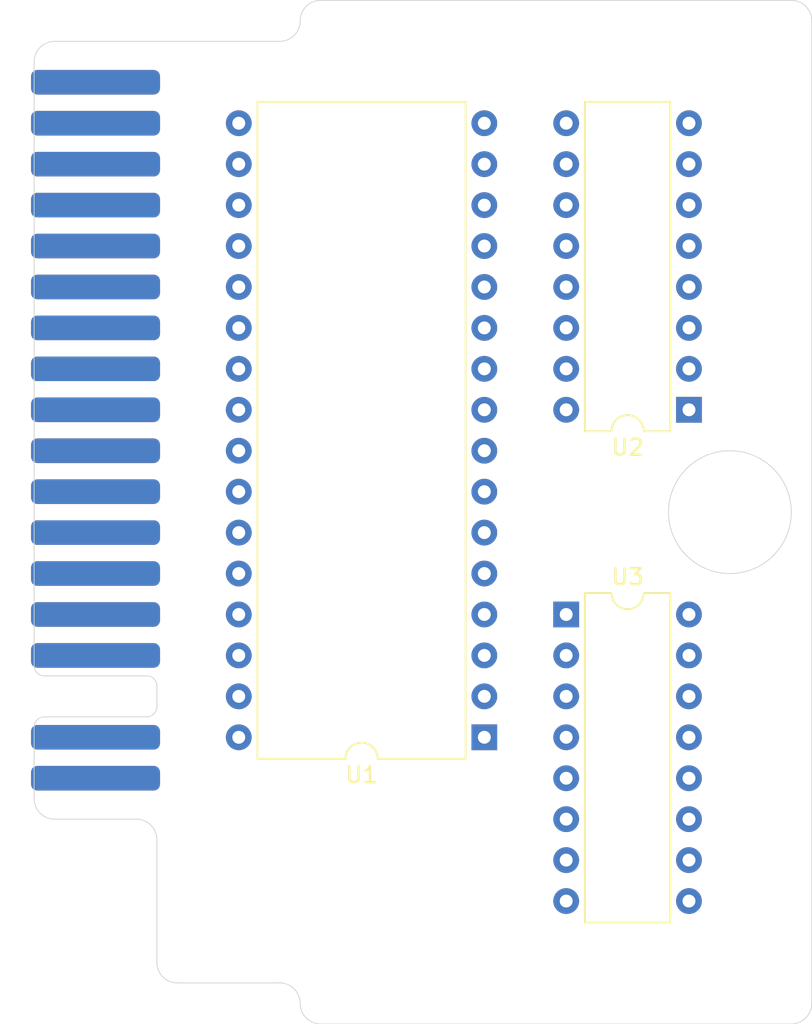
<source format=kicad_pcb>
(kicad_pcb (version 20171130) (host pcbnew "(5.1.2-1)-1")

  (general
    (thickness 1.6)
    (drawings 27)
    (tracks 0)
    (zones 0)
    (modules 4)
    (nets 34)
  )

  (page A4)
  (layers
    (0 F.Cu signal)
    (31 B.Cu signal)
    (32 B.Adhes user)
    (33 F.Adhes user)
    (34 B.Paste user)
    (35 F.Paste user)
    (36 B.SilkS user)
    (37 F.SilkS user)
    (38 B.Mask user)
    (39 F.Mask user)
    (40 Dwgs.User user)
    (41 Cmts.User user)
    (42 Eco1.User user)
    (43 Eco2.User user)
    (44 Edge.Cuts user)
    (45 Margin user)
    (46 B.CrtYd user)
    (47 F.CrtYd user)
    (48 B.Fab user)
    (49 F.Fab user)
  )

  (setup
    (last_trace_width 0.25)
    (trace_clearance 0.2)
    (zone_clearance 0.508)
    (zone_45_only no)
    (trace_min 0.2)
    (via_size 0.8)
    (via_drill 0.4)
    (via_min_size 0.4)
    (via_min_drill 0.3)
    (uvia_size 0.3)
    (uvia_drill 0.1)
    (uvias_allowed no)
    (uvia_min_size 0.2)
    (uvia_min_drill 0.1)
    (edge_width 0.05)
    (segment_width 0.2)
    (pcb_text_width 0.3)
    (pcb_text_size 1.5 1.5)
    (mod_edge_width 0.12)
    (mod_text_size 1 1)
    (mod_text_width 0.15)
    (pad_size 1.524 1.524)
    (pad_drill 0.762)
    (pad_to_mask_clearance 0.051)
    (solder_mask_min_width 0.25)
    (aux_axis_origin 0 0)
    (visible_elements FFFFFF7F)
    (pcbplotparams
      (layerselection 0x010fc_ffffffff)
      (usegerberextensions false)
      (usegerberattributes false)
      (usegerberadvancedattributes false)
      (creategerberjobfile false)
      (excludeedgelayer true)
      (linewidth 0.100000)
      (plotframeref false)
      (viasonmask false)
      (mode 1)
      (useauxorigin false)
      (hpglpennumber 1)
      (hpglpenspeed 20)
      (hpglpendiameter 15.000000)
      (psnegative false)
      (psa4output false)
      (plotreference true)
      (plotvalue true)
      (plotinvisibletext false)
      (padsonsilk false)
      (subtractmaskfromsilk false)
      (outputformat 1)
      (mirror false)
      (drillshape 1)
      (scaleselection 1)
      (outputdirectory ""))
  )

  (net 0 "")
  (net 1 GND)
  (net 2 D2)
  (net 3 D1)
  (net 4 D0)
  (net 5 A0)
  (net 6 A1)
  (net 7 A2)
  (net 8 A3)
  (net 9 A4)
  (net 10 A5)
  (net 11 A6)
  (net 12 A7)
  (net 13 A12)
  (net 14 /~WE)
  (net 15 /~RESET)
  (net 16 D3)
  (net 17 D4)
  (net 18 D5)
  (net 19 D6)
  (net 20 D7)
  (net 21 /~CS)
  (net 22 A10)
  (net 23 /~OE)
  (net 24 A11)
  (net 25 A9)
  (net 26 A8)
  (net 27 A13)
  (net 28 +5V)
  (net 29 /~IOC)
  (net 30 /BA0)
  (net 31 /BA1)
  (net 32 /BA2)
  (net 33 /~LATCH)

  (net_class Default "Esta es la clase de red por defecto."
    (clearance 0.2)
    (trace_width 0.25)
    (via_dia 0.8)
    (via_drill 0.4)
    (uvia_dia 0.3)
    (uvia_drill 0.1)
    (add_net +5V)
    (add_net /BA0)
    (add_net /BA1)
    (add_net /BA2)
    (add_net /~CS)
    (add_net /~IOC)
    (add_net /~LATCH)
    (add_net /~OE)
    (add_net /~RESET)
    (add_net /~WE)
    (add_net A0)
    (add_net A1)
    (add_net A10)
    (add_net A11)
    (add_net A12)
    (add_net A13)
    (add_net A2)
    (add_net A3)
    (add_net A4)
    (add_net A5)
    (add_net A6)
    (add_net A7)
    (add_net A8)
    (add_net A9)
    (add_net D0)
    (add_net D1)
    (add_net D2)
    (add_net D3)
    (add_net D4)
    (add_net D5)
    (add_net D6)
    (add_net D7)
    (add_net GND)
    (add_net "Net-(J1-Pad1)")
    (add_net "Net-(J1-Pad2)")
    (add_net "Net-(J1-Pad36)")
    (add_net "Net-(J1-Pad4)")
    (add_net "Net-(J1-Pad9)")
    (add_net "Net-(U2-Pad10)")
    (add_net "Net-(U2-Pad12)")
    (add_net "Net-(U2-Pad15)")
    (add_net "Net-(U3-Pad10)")
    (add_net "Net-(U3-Pad11)")
    (add_net "Net-(U3-Pad12)")
    (add_net "Net-(U3-Pad13)")
    (add_net "Net-(U3-Pad14)")
    (add_net "Net-(U3-Pad15)")
    (add_net "Net-(U3-Pad9)")
  )

  (module Package_DIP:DIP-16_W7.62mm (layer F.Cu) (tedit 5A02E8C5) (tstamp 64825FCB)
    (at 48.26 55.88)
    (descr "16-lead though-hole mounted DIP package, row spacing 7.62 mm (300 mils)")
    (tags "THT DIP DIL PDIP 2.54mm 7.62mm 300mil")
    (path /64829879)
    (fp_text reference U3 (at 3.81 -2.33) (layer F.SilkS)
      (effects (font (size 1 1) (thickness 0.15)))
    )
    (fp_text value 74HC138 (at 3.81 20.11) (layer F.Fab)
      (effects (font (size 1 1) (thickness 0.15)))
    )
    (fp_text user %R (at 3.81 8.89) (layer F.Fab)
      (effects (font (size 1 1) (thickness 0.15)))
    )
    (fp_line (start 8.7 -1.55) (end -1.1 -1.55) (layer F.CrtYd) (width 0.05))
    (fp_line (start 8.7 19.3) (end 8.7 -1.55) (layer F.CrtYd) (width 0.05))
    (fp_line (start -1.1 19.3) (end 8.7 19.3) (layer F.CrtYd) (width 0.05))
    (fp_line (start -1.1 -1.55) (end -1.1 19.3) (layer F.CrtYd) (width 0.05))
    (fp_line (start 6.46 -1.33) (end 4.81 -1.33) (layer F.SilkS) (width 0.12))
    (fp_line (start 6.46 19.11) (end 6.46 -1.33) (layer F.SilkS) (width 0.12))
    (fp_line (start 1.16 19.11) (end 6.46 19.11) (layer F.SilkS) (width 0.12))
    (fp_line (start 1.16 -1.33) (end 1.16 19.11) (layer F.SilkS) (width 0.12))
    (fp_line (start 2.81 -1.33) (end 1.16 -1.33) (layer F.SilkS) (width 0.12))
    (fp_line (start 0.635 -0.27) (end 1.635 -1.27) (layer F.Fab) (width 0.1))
    (fp_line (start 0.635 19.05) (end 0.635 -0.27) (layer F.Fab) (width 0.1))
    (fp_line (start 6.985 19.05) (end 0.635 19.05) (layer F.Fab) (width 0.1))
    (fp_line (start 6.985 -1.27) (end 6.985 19.05) (layer F.Fab) (width 0.1))
    (fp_line (start 1.635 -1.27) (end 6.985 -1.27) (layer F.Fab) (width 0.1))
    (fp_arc (start 3.81 -1.33) (end 2.81 -1.33) (angle -180) (layer F.SilkS) (width 0.12))
    (pad 16 thru_hole oval (at 7.62 0) (size 1.6 1.6) (drill 0.8) (layers *.Cu *.Mask)
      (net 28 +5V))
    (pad 8 thru_hole oval (at 0 17.78) (size 1.6 1.6) (drill 0.8) (layers *.Cu *.Mask)
      (net 1 GND))
    (pad 15 thru_hole oval (at 7.62 2.54) (size 1.6 1.6) (drill 0.8) (layers *.Cu *.Mask))
    (pad 7 thru_hole oval (at 0 15.24) (size 1.6 1.6) (drill 0.8) (layers *.Cu *.Mask)
      (net 33 /~LATCH))
    (pad 14 thru_hole oval (at 7.62 5.08) (size 1.6 1.6) (drill 0.8) (layers *.Cu *.Mask))
    (pad 6 thru_hole oval (at 0 12.7) (size 1.6 1.6) (drill 0.8) (layers *.Cu *.Mask)
      (net 10 A5))
    (pad 13 thru_hole oval (at 7.62 7.62) (size 1.6 1.6) (drill 0.8) (layers *.Cu *.Mask))
    (pad 5 thru_hole oval (at 0 10.16) (size 1.6 1.6) (drill 0.8) (layers *.Cu *.Mask)
      (net 29 /~IOC))
    (pad 12 thru_hole oval (at 7.62 10.16) (size 1.6 1.6) (drill 0.8) (layers *.Cu *.Mask))
    (pad 4 thru_hole oval (at 0 7.62) (size 1.6 1.6) (drill 0.8) (layers *.Cu *.Mask)
      (net 14 /~WE))
    (pad 11 thru_hole oval (at 7.62 12.7) (size 1.6 1.6) (drill 0.8) (layers *.Cu *.Mask))
    (pad 3 thru_hole oval (at 0 5.08) (size 1.6 1.6) (drill 0.8) (layers *.Cu *.Mask)
      (net 9 A4))
    (pad 10 thru_hole oval (at 7.62 15.24) (size 1.6 1.6) (drill 0.8) (layers *.Cu *.Mask))
    (pad 2 thru_hole oval (at 0 2.54) (size 1.6 1.6) (drill 0.8) (layers *.Cu *.Mask)
      (net 8 A3))
    (pad 9 thru_hole oval (at 7.62 17.78) (size 1.6 1.6) (drill 0.8) (layers *.Cu *.Mask))
    (pad 1 thru_hole rect (at 0 0) (size 1.6 1.6) (drill 0.8) (layers *.Cu *.Mask)
      (net 7 A2))
    (model ${KISYS3DMOD}/Package_DIP.3dshapes/DIP-16_W7.62mm.wrl
      (at (xyz 0 0 0))
      (scale (xyz 1 1 1))
      (rotate (xyz 0 0 0))
    )
  )

  (module Package_DIP:DIP-16_W7.62mm (layer F.Cu) (tedit 5A02E8C5) (tstamp 64825FA7)
    (at 55.88 43.18 180)
    (descr "16-lead though-hole mounted DIP package, row spacing 7.62 mm (300 mils)")
    (tags "THT DIP DIL PDIP 2.54mm 7.62mm 300mil")
    (path /6482525C)
    (fp_text reference U2 (at 3.81 -2.33) (layer F.SilkS)
      (effects (font (size 1 1) (thickness 0.15)))
    )
    (fp_text value 74HC174 (at 3.81 20.11) (layer F.Fab)
      (effects (font (size 1 1) (thickness 0.15)))
    )
    (fp_text user %R (at 3.81 8.89) (layer F.Fab)
      (effects (font (size 1 1) (thickness 0.15)))
    )
    (fp_line (start 8.7 -1.55) (end -1.1 -1.55) (layer F.CrtYd) (width 0.05))
    (fp_line (start 8.7 19.3) (end 8.7 -1.55) (layer F.CrtYd) (width 0.05))
    (fp_line (start -1.1 19.3) (end 8.7 19.3) (layer F.CrtYd) (width 0.05))
    (fp_line (start -1.1 -1.55) (end -1.1 19.3) (layer F.CrtYd) (width 0.05))
    (fp_line (start 6.46 -1.33) (end 4.81 -1.33) (layer F.SilkS) (width 0.12))
    (fp_line (start 6.46 19.11) (end 6.46 -1.33) (layer F.SilkS) (width 0.12))
    (fp_line (start 1.16 19.11) (end 6.46 19.11) (layer F.SilkS) (width 0.12))
    (fp_line (start 1.16 -1.33) (end 1.16 19.11) (layer F.SilkS) (width 0.12))
    (fp_line (start 2.81 -1.33) (end 1.16 -1.33) (layer F.SilkS) (width 0.12))
    (fp_line (start 0.635 -0.27) (end 1.635 -1.27) (layer F.Fab) (width 0.1))
    (fp_line (start 0.635 19.05) (end 0.635 -0.27) (layer F.Fab) (width 0.1))
    (fp_line (start 6.985 19.05) (end 0.635 19.05) (layer F.Fab) (width 0.1))
    (fp_line (start 6.985 -1.27) (end 6.985 19.05) (layer F.Fab) (width 0.1))
    (fp_line (start 1.635 -1.27) (end 6.985 -1.27) (layer F.Fab) (width 0.1))
    (fp_arc (start 3.81 -1.33) (end 2.81 -1.33) (angle -180) (layer F.SilkS) (width 0.12))
    (pad 16 thru_hole oval (at 7.62 0 180) (size 1.6 1.6) (drill 0.8) (layers *.Cu *.Mask)
      (net 28 +5V))
    (pad 8 thru_hole oval (at 0 17.78 180) (size 1.6 1.6) (drill 0.8) (layers *.Cu *.Mask)
      (net 1 GND))
    (pad 15 thru_hole oval (at 7.62 2.54 180) (size 1.6 1.6) (drill 0.8) (layers *.Cu *.Mask))
    (pad 7 thru_hole oval (at 0 15.24 180) (size 1.6 1.6) (drill 0.8) (layers *.Cu *.Mask)
      (net 32 /BA2))
    (pad 14 thru_hole oval (at 7.62 5.08 180) (size 1.6 1.6) (drill 0.8) (layers *.Cu *.Mask)
      (net 28 +5V))
    (pad 6 thru_hole oval (at 0 12.7 180) (size 1.6 1.6) (drill 0.8) (layers *.Cu *.Mask)
      (net 2 D2))
    (pad 13 thru_hole oval (at 7.62 7.62 180) (size 1.6 1.6) (drill 0.8) (layers *.Cu *.Mask)
      (net 28 +5V))
    (pad 5 thru_hole oval (at 0 10.16 180) (size 1.6 1.6) (drill 0.8) (layers *.Cu *.Mask)
      (net 31 /BA1))
    (pad 12 thru_hole oval (at 7.62 10.16 180) (size 1.6 1.6) (drill 0.8) (layers *.Cu *.Mask))
    (pad 4 thru_hole oval (at 0 7.62 180) (size 1.6 1.6) (drill 0.8) (layers *.Cu *.Mask)
      (net 3 D1))
    (pad 11 thru_hole oval (at 7.62 12.7 180) (size 1.6 1.6) (drill 0.8) (layers *.Cu *.Mask)
      (net 28 +5V))
    (pad 3 thru_hole oval (at 0 5.08 180) (size 1.6 1.6) (drill 0.8) (layers *.Cu *.Mask)
      (net 4 D0))
    (pad 10 thru_hole oval (at 7.62 15.24 180) (size 1.6 1.6) (drill 0.8) (layers *.Cu *.Mask))
    (pad 2 thru_hole oval (at 0 2.54 180) (size 1.6 1.6) (drill 0.8) (layers *.Cu *.Mask)
      (net 30 /BA0))
    (pad 9 thru_hole oval (at 7.62 17.78 180) (size 1.6 1.6) (drill 0.8) (layers *.Cu *.Mask)
      (net 33 /~LATCH))
    (pad 1 thru_hole rect (at 0 0 180) (size 1.6 1.6) (drill 0.8) (layers *.Cu *.Mask)
      (net 15 /~RESET))
    (model ${KISYS3DMOD}/Package_DIP.3dshapes/DIP-16_W7.62mm.wrl
      (at (xyz 0 0 0))
      (scale (xyz 1 1 1))
      (rotate (xyz 0 0 0))
    )
  )

  (module Package_DIP:DIP-32_W15.24mm (layer F.Cu) (tedit 5A02E8C5) (tstamp 64825F83)
    (at 43.18 63.5 180)
    (descr "32-lead though-hole mounted DIP package, row spacing 15.24 mm (600 mils)")
    (tags "THT DIP DIL PDIP 2.54mm 15.24mm 600mil")
    (path /6482130A)
    (fp_text reference U1 (at 7.62 -2.33) (layer F.SilkS)
      (effects (font (size 1 1) (thickness 0.15)))
    )
    (fp_text value 27C010 (at 7.62 40.43) (layer F.Fab)
      (effects (font (size 1 1) (thickness 0.15)))
    )
    (fp_text user %R (at 7.62 19.05) (layer F.Fab)
      (effects (font (size 1 1) (thickness 0.15)))
    )
    (fp_line (start 16.3 -1.55) (end -1.05 -1.55) (layer F.CrtYd) (width 0.05))
    (fp_line (start 16.3 39.65) (end 16.3 -1.55) (layer F.CrtYd) (width 0.05))
    (fp_line (start -1.05 39.65) (end 16.3 39.65) (layer F.CrtYd) (width 0.05))
    (fp_line (start -1.05 -1.55) (end -1.05 39.65) (layer F.CrtYd) (width 0.05))
    (fp_line (start 14.08 -1.33) (end 8.62 -1.33) (layer F.SilkS) (width 0.12))
    (fp_line (start 14.08 39.43) (end 14.08 -1.33) (layer F.SilkS) (width 0.12))
    (fp_line (start 1.16 39.43) (end 14.08 39.43) (layer F.SilkS) (width 0.12))
    (fp_line (start 1.16 -1.33) (end 1.16 39.43) (layer F.SilkS) (width 0.12))
    (fp_line (start 6.62 -1.33) (end 1.16 -1.33) (layer F.SilkS) (width 0.12))
    (fp_line (start 0.255 -0.27) (end 1.255 -1.27) (layer F.Fab) (width 0.1))
    (fp_line (start 0.255 39.37) (end 0.255 -0.27) (layer F.Fab) (width 0.1))
    (fp_line (start 14.985 39.37) (end 0.255 39.37) (layer F.Fab) (width 0.1))
    (fp_line (start 14.985 -1.27) (end 14.985 39.37) (layer F.Fab) (width 0.1))
    (fp_line (start 1.255 -1.27) (end 14.985 -1.27) (layer F.Fab) (width 0.1))
    (fp_arc (start 7.62 -1.33) (end 6.62 -1.33) (angle -180) (layer F.SilkS) (width 0.12))
    (pad 32 thru_hole oval (at 15.24 0 180) (size 1.6 1.6) (drill 0.8) (layers *.Cu *.Mask)
      (net 28 +5V))
    (pad 16 thru_hole oval (at 0 38.1 180) (size 1.6 1.6) (drill 0.8) (layers *.Cu *.Mask)
      (net 1 GND))
    (pad 31 thru_hole oval (at 15.24 2.54 180) (size 1.6 1.6) (drill 0.8) (layers *.Cu *.Mask)
      (net 28 +5V))
    (pad 15 thru_hole oval (at 0 35.56 180) (size 1.6 1.6) (drill 0.8) (layers *.Cu *.Mask)
      (net 2 D2))
    (pad 30 thru_hole oval (at 15.24 5.08 180) (size 1.6 1.6) (drill 0.8) (layers *.Cu *.Mask))
    (pad 14 thru_hole oval (at 0 33.02 180) (size 1.6 1.6) (drill 0.8) (layers *.Cu *.Mask)
      (net 3 D1))
    (pad 29 thru_hole oval (at 15.24 7.62 180) (size 1.6 1.6) (drill 0.8) (layers *.Cu *.Mask)
      (net 30 /BA0))
    (pad 13 thru_hole oval (at 0 30.48 180) (size 1.6 1.6) (drill 0.8) (layers *.Cu *.Mask)
      (net 4 D0))
    (pad 28 thru_hole oval (at 15.24 10.16 180) (size 1.6 1.6) (drill 0.8) (layers *.Cu *.Mask)
      (net 27 A13))
    (pad 12 thru_hole oval (at 0 27.94 180) (size 1.6 1.6) (drill 0.8) (layers *.Cu *.Mask)
      (net 5 A0))
    (pad 27 thru_hole oval (at 15.24 12.7 180) (size 1.6 1.6) (drill 0.8) (layers *.Cu *.Mask)
      (net 26 A8))
    (pad 11 thru_hole oval (at 0 25.4 180) (size 1.6 1.6) (drill 0.8) (layers *.Cu *.Mask)
      (net 6 A1))
    (pad 26 thru_hole oval (at 15.24 15.24 180) (size 1.6 1.6) (drill 0.8) (layers *.Cu *.Mask)
      (net 25 A9))
    (pad 10 thru_hole oval (at 0 22.86 180) (size 1.6 1.6) (drill 0.8) (layers *.Cu *.Mask)
      (net 7 A2))
    (pad 25 thru_hole oval (at 15.24 17.78 180) (size 1.6 1.6) (drill 0.8) (layers *.Cu *.Mask)
      (net 24 A11))
    (pad 9 thru_hole oval (at 0 20.32 180) (size 1.6 1.6) (drill 0.8) (layers *.Cu *.Mask)
      (net 8 A3))
    (pad 24 thru_hole oval (at 15.24 20.32 180) (size 1.6 1.6) (drill 0.8) (layers *.Cu *.Mask)
      (net 23 /~OE))
    (pad 8 thru_hole oval (at 0 17.78 180) (size 1.6 1.6) (drill 0.8) (layers *.Cu *.Mask)
      (net 9 A4))
    (pad 23 thru_hole oval (at 15.24 22.86 180) (size 1.6 1.6) (drill 0.8) (layers *.Cu *.Mask)
      (net 22 A10))
    (pad 7 thru_hole oval (at 0 15.24 180) (size 1.6 1.6) (drill 0.8) (layers *.Cu *.Mask)
      (net 10 A5))
    (pad 22 thru_hole oval (at 15.24 25.4 180) (size 1.6 1.6) (drill 0.8) (layers *.Cu *.Mask)
      (net 21 /~CS))
    (pad 6 thru_hole oval (at 0 12.7 180) (size 1.6 1.6) (drill 0.8) (layers *.Cu *.Mask)
      (net 11 A6))
    (pad 21 thru_hole oval (at 15.24 27.94 180) (size 1.6 1.6) (drill 0.8) (layers *.Cu *.Mask)
      (net 20 D7))
    (pad 5 thru_hole oval (at 0 10.16 180) (size 1.6 1.6) (drill 0.8) (layers *.Cu *.Mask)
      (net 12 A7))
    (pad 20 thru_hole oval (at 15.24 30.48 180) (size 1.6 1.6) (drill 0.8) (layers *.Cu *.Mask)
      (net 19 D6))
    (pad 4 thru_hole oval (at 0 7.62 180) (size 1.6 1.6) (drill 0.8) (layers *.Cu *.Mask)
      (net 13 A12))
    (pad 19 thru_hole oval (at 15.24 33.02 180) (size 1.6 1.6) (drill 0.8) (layers *.Cu *.Mask)
      (net 18 D5))
    (pad 3 thru_hole oval (at 0 5.08 180) (size 1.6 1.6) (drill 0.8) (layers *.Cu *.Mask)
      (net 31 /BA1))
    (pad 18 thru_hole oval (at 15.24 35.56 180) (size 1.6 1.6) (drill 0.8) (layers *.Cu *.Mask)
      (net 17 D4))
    (pad 2 thru_hole oval (at 0 2.54 180) (size 1.6 1.6) (drill 0.8) (layers *.Cu *.Mask)
      (net 32 /BA2))
    (pad 17 thru_hole oval (at 15.24 38.1 180) (size 1.6 1.6) (drill 0.8) (layers *.Cu *.Mask)
      (net 16 D3))
    (pad 1 thru_hole rect (at 0 0 180) (size 1.6 1.6) (drill 0.8) (layers *.Cu *.Mask)
      (net 28 +5V))
    (model ${KISYS3DMOD}/Package_DIP.3dshapes/DIP-32_W15.24mm.wrl
      (at (xyz 0 0 0))
      (scale (xyz 1 1 1))
      (rotate (xyz 0 0 0))
    )
  )

  (module edge_conn:Durango_ROM (layer F.Cu) (tedit 628D613F) (tstamp 64825F4F)
    (at 15.24 20.32 270)
    (path /6482016A)
    (fp_text reference J1 (at 2.54 1.27 90) (layer Dwgs.User)
      (effects (font (size 1 1) (thickness 0.15)))
    )
    (fp_text value Durango_ROM (at 24.13 1.27 90) (layer F.Fab)
      (effects (font (size 1 1) (thickness 0.15)))
    )
    (fp_poly (pts (xy 0 0) (xy 48.26 0) (xy 48.26 -7.62) (xy 0 -7.62)) (layer B.Mask) (width 0.1))
    (fp_poly (pts (xy 0 0) (xy 48.26 0) (xy 48.26 -7.62) (xy 0 -7.62)) (layer F.Mask) (width 0.1))
    (fp_line (start 0 -8.89) (end 0 0) (layer Dwgs.User) (width 0.12))
    (fp_line (start 48.26 0) (end 48.26 -8.89) (layer Dwgs.User) (width 0.12))
    (fp_line (start 0 0) (end 48.26 0) (layer Dwgs.User) (width 0.12))
    (pad 36 smd roundrect (at 2.54 -3.81 270) (size 1.524 8) (layers B.Cu B.Paste B.Mask) (roundrect_rratio 0.25))
    (pad 34 smd roundrect (at 5.08 -3.81 270) (size 1.524 8) (layers B.Cu B.Paste B.Mask) (roundrect_rratio 0.25)
      (net 1 GND))
    (pad 32 smd roundrect (at 7.62 -3.81 270) (size 1.524 8) (layers B.Cu B.Paste B.Mask) (roundrect_rratio 0.25)
      (net 2 D2))
    (pad 30 smd roundrect (at 10.16 -3.81 270) (size 1.524 8) (layers B.Cu B.Paste B.Mask) (roundrect_rratio 0.25)
      (net 3 D1))
    (pad 28 smd roundrect (at 12.7 -3.81 270) (size 1.524 8) (layers B.Cu B.Paste B.Mask) (roundrect_rratio 0.25)
      (net 4 D0))
    (pad 26 smd roundrect (at 15.24 -3.81 270) (size 1.524 8) (layers B.Cu B.Paste B.Mask) (roundrect_rratio 0.25)
      (net 5 A0))
    (pad 24 smd roundrect (at 17.78 -3.81 270) (size 1.524 8) (layers B.Cu B.Paste B.Mask) (roundrect_rratio 0.25)
      (net 6 A1))
    (pad 22 smd roundrect (at 20.32 -3.81 270) (size 1.524 8) (layers B.Cu B.Paste B.Mask) (roundrect_rratio 0.25)
      (net 7 A2))
    (pad 20 smd roundrect (at 22.86 -3.81 270) (size 1.524 8) (layers B.Cu B.Paste B.Mask) (roundrect_rratio 0.25)
      (net 8 A3))
    (pad 18 smd roundrect (at 25.4 -3.81 270) (size 1.524 8) (layers B.Cu B.Paste B.Mask) (roundrect_rratio 0.25)
      (net 9 A4))
    (pad 16 smd roundrect (at 27.94 -3.81 270) (size 1.524 8) (layers B.Cu B.Paste B.Mask) (roundrect_rratio 0.25)
      (net 10 A5))
    (pad 14 smd roundrect (at 30.48 -3.81 270) (size 1.524 8) (layers B.Cu B.Paste B.Mask) (roundrect_rratio 0.25)
      (net 11 A6))
    (pad 12 smd roundrect (at 33.02 -3.81 270) (size 1.524 8) (layers B.Cu B.Paste B.Mask) (roundrect_rratio 0.25)
      (net 12 A7))
    (pad 10 smd roundrect (at 35.56 -3.81 270) (size 1.524 8) (layers B.Cu B.Paste B.Mask) (roundrect_rratio 0.25)
      (net 13 A12))
    (pad 8 smd roundrect (at 38.1 -3.81 270) (size 1.524 8) (layers B.Cu B.Paste B.Mask) (roundrect_rratio 0.25)
      (net 14 /~WE))
    (pad 4 smd roundrect (at 43.18 -3.81 270) (size 1.524 8) (layers B.Cu B.Paste B.Mask) (roundrect_rratio 0.25))
    (pad 35 smd roundrect (at 2.54 -3.81 270) (size 1.524 8) (layers F.Cu F.Paste F.Mask) (roundrect_rratio 0.25)
      (net 15 /~RESET))
    (pad 33 smd roundrect (at 5.08 -3.81 270) (size 1.524 8) (layers F.Cu F.Paste F.Mask) (roundrect_rratio 0.25)
      (net 16 D3))
    (pad 31 smd roundrect (at 7.62 -3.81 270) (size 1.524 8) (layers F.Cu F.Paste F.Mask) (roundrect_rratio 0.25)
      (net 17 D4))
    (pad 29 smd roundrect (at 10.16 -3.81 270) (size 1.524 8) (layers F.Cu F.Paste F.Mask) (roundrect_rratio 0.25)
      (net 18 D5))
    (pad 27 smd roundrect (at 12.7 -3.81 270) (size 1.524 8) (layers F.Cu F.Paste F.Mask) (roundrect_rratio 0.25)
      (net 19 D6))
    (pad 25 smd roundrect (at 15.24 -3.81 270) (size 1.524 8) (layers F.Cu F.Paste F.Mask) (roundrect_rratio 0.25)
      (net 20 D7))
    (pad 23 smd roundrect (at 17.78 -3.81 270) (size 1.524 8) (layers F.Cu F.Paste F.Mask) (roundrect_rratio 0.25)
      (net 21 /~CS))
    (pad 21 smd roundrect (at 20.32 -3.81 270) (size 1.524 8) (layers F.Cu F.Paste F.Mask) (roundrect_rratio 0.25)
      (net 22 A10))
    (pad 19 smd roundrect (at 22.86 -3.81 270) (size 1.524 8) (layers F.Cu F.Paste F.Mask) (roundrect_rratio 0.25)
      (net 23 /~OE))
    (pad 17 smd roundrect (at 25.4 -3.81 270) (size 1.524 8) (layers F.Cu F.Paste F.Mask) (roundrect_rratio 0.25)
      (net 24 A11))
    (pad 15 smd roundrect (at 27.94 -3.81 270) (size 1.524 8) (layers F.Cu F.Paste F.Mask) (roundrect_rratio 0.25)
      (net 25 A9))
    (pad 13 smd roundrect (at 30.48 -3.81 270) (size 1.524 8) (layers F.Cu F.Paste F.Mask) (roundrect_rratio 0.25)
      (net 26 A8))
    (pad 11 smd roundrect (at 33.02 -3.81 270) (size 1.524 8) (layers F.Cu F.Paste F.Mask) (roundrect_rratio 0.25)
      (net 27 A13))
    (pad 9 smd roundrect (at 35.56 -3.81 270) (size 1.524 8) (layers F.Cu F.Paste F.Mask) (roundrect_rratio 0.25))
    (pad 7 smd roundrect (at 38.1 -3.81 270) (size 1.524 8) (layers F.Cu F.Paste F.Mask) (roundrect_rratio 0.25)
      (net 28 +5V))
    (pad 3 smd roundrect (at 43.18 -3.81 270) (size 1.524 8) (layers F.Cu F.Paste F.Mask) (roundrect_rratio 0.25)
      (net 29 /~IOC))
    (pad 2 smd roundrect (at 45.72 -3.81 270) (size 1.524 8) (layers B.Cu B.Paste B.Mask) (roundrect_rratio 0.25))
    (pad 1 smd roundrect (at 45.72 -3.81 270) (size 1.524 8) (layers F.Cu F.Paste F.Mask) (roundrect_rratio 0.25))
  )

  (gr_circle (center 58.42 49.53) (end 62.23 49.53) (layer Edge.Cuts) (width 0.05))
  (gr_arc (start 22.225 61.595) (end 22.225 62.23) (angle -90) (layer Edge.Cuts) (width 0.05))
  (gr_arc (start 22.225 60.325) (end 22.86 60.325) (angle -90) (layer Edge.Cuts) (width 0.05))
  (gr_line (start 22.86 61.595) (end 22.86 60.325) (layer Edge.Cuts) (width 0.05))
  (gr_arc (start 15.875 59.055) (end 15.24 59.055) (angle -90) (layer Edge.Cuts) (width 0.05))
  (gr_arc (start 15.875 62.865) (end 15.875 62.23) (angle -90) (layer Edge.Cuts) (width 0.05))
  (gr_arc (start 30.48 19.05) (end 30.48 20.32) (angle -90) (layer Edge.Cuts) (width 0.05))
  (gr_arc (start 33.02 19.05) (end 33.02 17.78) (angle -90) (layer Edge.Cuts) (width 0.05))
  (gr_arc (start 62.23 19.05) (end 63.5 19.05) (angle -90) (layer Edge.Cuts) (width 0.05))
  (gr_arc (start 62.23 80.01) (end 62.23 81.28) (angle -90) (layer Edge.Cuts) (width 0.05))
  (gr_arc (start 33.02 80.01) (end 31.75 80.01) (angle -90) (layer Edge.Cuts) (width 0.05))
  (gr_arc (start 30.48 80.01) (end 31.75 80.01) (angle -90) (layer Edge.Cuts) (width 0.05))
  (gr_arc (start 24.13 77.47) (end 22.86 77.47) (angle -90) (layer Edge.Cuts) (width 0.05))
  (gr_arc (start 21.59 69.85) (end 22.86 69.85) (angle -90) (layer Edge.Cuts) (width 0.05))
  (gr_arc (start 16.51 67.31) (end 15.24 67.31) (angle -90) (layer Edge.Cuts) (width 0.05))
  (gr_arc (start 16.51 21.59) (end 16.51 20.32) (angle -90) (layer Edge.Cuts) (width 0.05))
  (gr_line (start 15.24 59.055) (end 15.24 21.59) (layer Edge.Cuts) (width 0.05) (tstamp 64826EDD))
  (gr_line (start 22.225 59.69) (end 15.875 59.69) (layer Edge.Cuts) (width 0.05))
  (gr_line (start 15.875 62.23) (end 22.225 62.23) (layer Edge.Cuts) (width 0.05))
  (gr_line (start 15.24 67.31) (end 15.24 62.865) (layer Edge.Cuts) (width 0.05))
  (gr_line (start 21.59 68.58) (end 16.51 68.58) (layer Edge.Cuts) (width 0.05))
  (gr_line (start 22.86 77.47) (end 22.86 69.85) (layer Edge.Cuts) (width 0.05))
  (gr_line (start 30.48 78.74) (end 24.13 78.74) (layer Edge.Cuts) (width 0.05))
  (gr_line (start 62.23 81.28) (end 33.02 81.28) (layer Edge.Cuts) (width 0.05))
  (gr_line (start 63.5 19.05) (end 63.5 80.01) (layer Edge.Cuts) (width 0.05))
  (gr_line (start 33.02 17.78) (end 62.23 17.78) (layer Edge.Cuts) (width 0.05))
  (gr_line (start 16.51 20.32) (end 30.48 20.32) (layer Edge.Cuts) (width 0.05))

)

</source>
